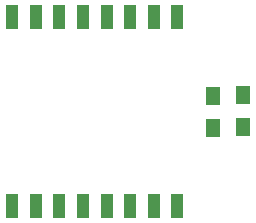
<source format=gbr>
%TF.GenerationSoftware,KiCad,Pcbnew,6.0.2+dfsg-1*%
%TF.CreationDate,2022-10-03T17:06:02+02:00*%
%TF.ProjectId,smartyreader_ng_lora,736d6172-7479-4726-9561-6465725f6e67,rev?*%
%TF.SameCoordinates,Original*%
%TF.FileFunction,Paste,Bot*%
%TF.FilePolarity,Positive*%
%FSLAX46Y46*%
G04 Gerber Fmt 4.6, Leading zero omitted, Abs format (unit mm)*
G04 Created by KiCad (PCBNEW 6.0.2+dfsg-1) date 2022-10-03 17:06:02*
%MOMM*%
%LPD*%
G01*
G04 APERTURE LIST*
%ADD10R,1.000000X2.000000*%
%ADD11R,1.300000X1.500000*%
G04 APERTURE END LIST*
D10*
%TO.C,U1*%
X142810000Y-127126000D03*
X140810000Y-127126000D03*
X138810000Y-127126000D03*
X136810000Y-127126000D03*
X134810000Y-127126000D03*
X132810000Y-127126000D03*
X130810000Y-127126000D03*
X128810000Y-127126000D03*
X128810000Y-111126000D03*
X130810000Y-111126000D03*
X132810000Y-111126000D03*
X134810000Y-111126000D03*
X136810000Y-111126000D03*
X138810000Y-111126000D03*
X140810000Y-111126000D03*
X142810000Y-111126000D03*
%TD*%
D11*
%TO.C,D1*%
X145796000Y-117856000D03*
X145796000Y-120556000D03*
%TD*%
%TO.C,D2*%
X148336000Y-117776000D03*
X148336000Y-120476000D03*
%TD*%
M02*

</source>
